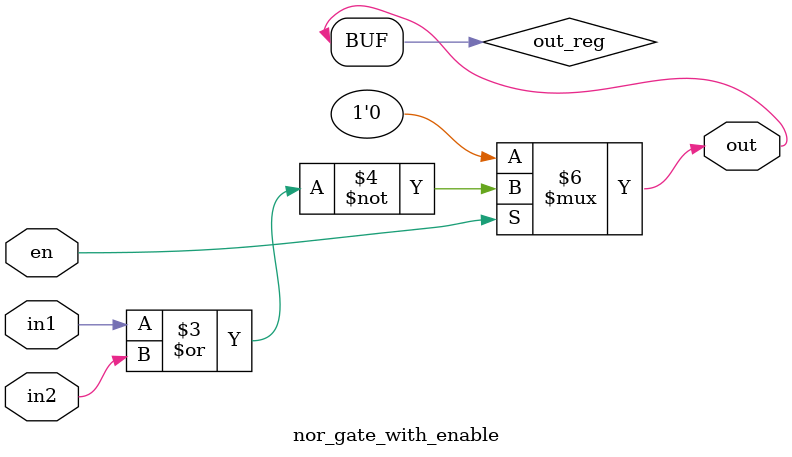
<source format=v>
module nor_gate_with_enable (
    input in1,
    input in2,
    input en,
    output out
);

reg out_reg;

always @(*) begin
    if (en == 1'b0) begin
        out_reg = 1'b0;
    end else begin
        out_reg = ~(in1 | in2);
    end
end

assign out = out_reg;

endmodule
</source>
